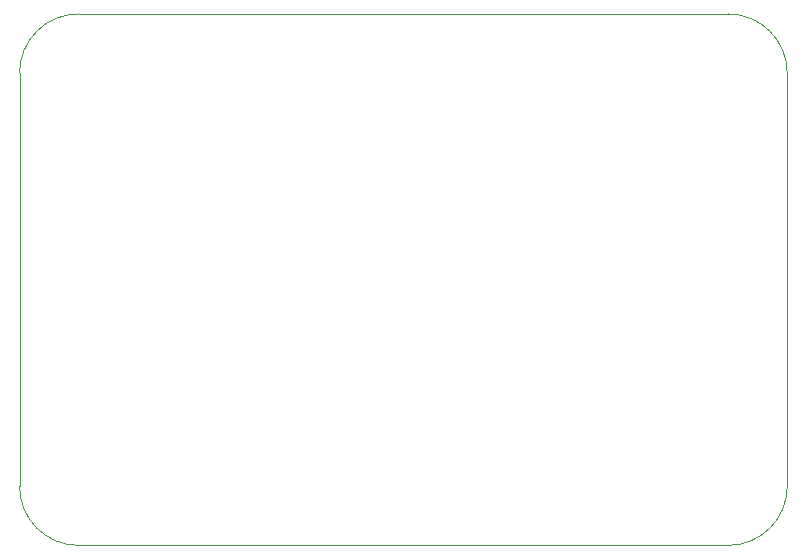
<source format=gbr>
%TF.GenerationSoftware,KiCad,Pcbnew,(5.1.8)-1*%
%TF.CreationDate,2021-02-23T22:19:55+01:00*%
%TF.ProjectId,cvco-general,6376636f-2d67-4656-9e65-72616c2e6b69,rev?*%
%TF.SameCoordinates,Original*%
%TF.FileFunction,Profile,NP*%
%FSLAX46Y46*%
G04 Gerber Fmt 4.6, Leading zero omitted, Abs format (unit mm)*
G04 Created by KiCad (PCBNEW (5.1.8)-1) date 2021-02-23 22:19:55*
%MOMM*%
%LPD*%
G01*
G04 APERTURE LIST*
%TA.AperFunction,Profile*%
%ADD10C,0.050000*%
%TD*%
G04 APERTURE END LIST*
D10*
X105000000Y-95000000D02*
G75*
G02*
X100000000Y-90000000I0J5000000D01*
G01*
X165000000Y-90000000D02*
G75*
G02*
X160000000Y-95000000I-5000000J0D01*
G01*
X160000000Y-50000000D02*
G75*
G02*
X165000000Y-55000000I0J-5000000D01*
G01*
X100000000Y-55000000D02*
G75*
G02*
X105000000Y-50000000I5000000J0D01*
G01*
X100000000Y-90000000D02*
X100000000Y-55000000D01*
X160000000Y-95000000D02*
X105000000Y-95000000D01*
X165000000Y-55000000D02*
X165000000Y-90000000D01*
X105000000Y-50000000D02*
X160000000Y-50000000D01*
M02*

</source>
